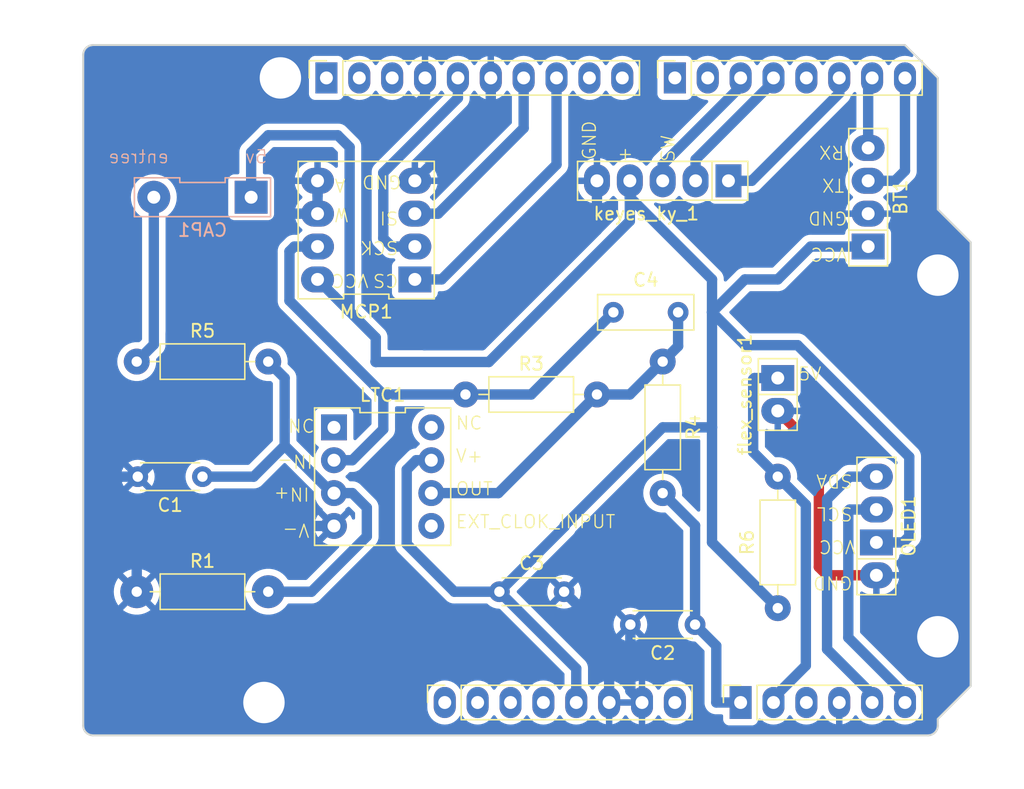
<source format=kicad_pcb>
(kicad_pcb (version 20221018) (generator pcbnew)
  (title_block (date "mar. 31 mars 2015"))
  (layers (0 "F.Cu" signal) (31 "B.Cu" signal) (34 "B.Paste" user) (35 "F.Paste" user) (36 "B.SilkS" user "B.Silkscreen") (37 "F.SilkS" user "F.Silkscreen") (38 "B.Mask" user) (39 "F.Mask" user) (44 "Edge.Cuts" user))
  (net 0 "")
  (net 1 "GND")
  (net 3 "+5V")
  (net 4 "/IOREF")
  (net 5 "A0")
  (net 6 "/A2")
  (net 7 "/AREF")
  (net 8 "/7")
  (net 9 "/*6")
  (net 10 "/*3")
  (net 11 "+3V3")
  (net 12 "VCC")
  (net 13 "/~{RESET}")
  (net 14 "/B")
  (net 18 "Net-(LTC1-+IN)")
  (net 19 "Net-(LTC1-OUT)")
  (net 20 "Net-(CAP1-ENTREE)")
  (net 21 "A4")
  (net 22 "A5")
  (net 23 "D1")
  (net 24 "D0")
  (net 25 "D13")
  (net 26 "D11")
  (net 27 "D10")
  (net 28 "/*9")
  (net 29 "/8")
  (net 30 "A1")
  (net 31 "D5")
  (net 32 "D4")
  (net 33 "D2")
  (footprint "Connector_PinSocket_2.54mm:PinSocket_1x08_P2.54mm_Vertical" (layer "F.Cu") (at 127.94 97.46 90)
    (fp_text reference "J1" hide)
    (fp_text value "Power")
    (fp_line (start -1.33 1.27) (end -1.33 19.11) (stroke (width 0.12)) (layer "F.SilkS"))
    (fp_line (start -1.33 1.27) (end 1.33 1.27) (stroke (width 0.12)) (layer "F.SilkS"))
    (fp_line (start -1.33 19.11) (end 1.33 19.11) (stroke (width 0.12)) (layer "F.SilkS"))
    (fp_line (start 0 -1.33) (end 1.33 -1.33) (stroke (width 0.12)) (layer "F.SilkS"))
    (fp_line (start 1.33 -1.33) (end 1.33 0) (stroke (width 0.12)) (layer "F.SilkS"))
    (fp_line (start 1.33 1.27) (end 1.33 19.11) (stroke (width 0.12)) (layer "F.SilkS"))
    (pad "1" thru_hole oval locked (at 0 0 90) (size 2.4 1.7) (drill 1) (layers "*.Cu" "*.Mask"))
    (pad "2" thru_hole oval locked (at 0 2.54 90) (size 2.4 1.7) (drill 1) (layers "*.Cu" "*.Mask") (net 4 "/IOREF"))
    (pad "3" thru_hole oval locked (at 0 5.08 90) (size 2.4 1.7) (drill 1) (layers "*.Cu" "*.Mask") (net 13 "/~{RESET}"))
    (pad "4" thru_hole oval locked (at 0 7.62 90) (size 2.4 1.7) (drill 1) (layers "*.Cu" "*.Mask") (net 11 "+3V3"))
    (pad "5" thru_hole oval locked (at 0 10.16 90) (size 2.4 1.7) (drill 1) (layers "*.Cu" "*.Mask") (net 3 "+5V"))
    (pad "6" thru_hole oval locked (at 0 12.7 90) (size 2.4 1.7) (drill 1) (layers "*.Cu" "*.Mask") (net 1 "GND"))
    (pad "7" thru_hole oval locked (at 0 15.24 90) (size 2.4 1.7) (drill 1) (layers "*.Cu" "*.Mask") (net 1 "GND"))
    (pad "8" thru_hole oval locked (at 0 17.78 90) (size 2.4 1.7) (drill 1) (layers "*.Cu" "*.Mask") (net 12 "VCC"))
  )
  (footprint "Connector_PinSocket_2.54mm:PinSocket_1x06_P2.54mm_Vertical" (layer "F.Cu") (at 150.8 97.46 90)
    (fp_text reference "J3" hide)
    (fp_text value "Analog")
    (fp_line (start -1.33 1.27) (end -1.33 14.03) (stroke (width 0.12)) (layer "F.SilkS"))
    (fp_line (start -1.33 1.27) (end 1.33 1.27) (stroke (width 0.12)) (layer "F.SilkS"))
    (fp_line (start -1.33 14.03) (end 1.33 14.03) (stroke (width 0.12)) (layer "F.SilkS"))
    (fp_line (start 0 -1.33) (end 1.33 -1.33) (stroke (width 0.12)) (layer "F.SilkS"))
    (fp_line (start 1.33 -1.33) (end 1.33 0) (stroke (width 0.12)) (layer "F.SilkS"))
    (fp_line (start 1.33 1.27) (end 1.33 14.03) (stroke (width 0.12)) (layer "F.SilkS"))
    (pad "1" thru_hole rect locked (at 0 0 90) (size 2.54 1.7) (drill 1) (layers "*.Cu" "*.Mask") (net 5 "A0"))
    (pad "2" thru_hole oval locked (at 0 2.54 90) (size 2.4 1.7) (drill 1) (layers "*.Cu" "*.Mask") (net 30 "A1") (clearance 0.5))
    (pad "3" thru_hole oval locked (at 0 5.08 90) (size 2.4 1.7) (drill 1) (layers "*.Cu" "*.Mask") (net 6 "/A2") (clearance 0.5))
    (pad "4" thru_hole oval locked (at 0 7.62 90) (size 2.4 1.7) (drill 1) (layers "*.Cu" "*.Mask") (net 1 "GND") (clearance 0.5))
    (pad "5" thru_hole oval locked (at 0 10.16 90) (size 2.4 1.7) (drill 1) (layers "*.Cu" "*.Mask") (net 21 "A4") (clearance 0.5))
    (pad "6" thru_hole oval locked (at 0 12.7 90) (size 2.4 1.7) (drill 1) (layers "*.Cu" "*.Mask") (net 22 "A5") (clearance 0.5))
  )
  (footprint "Connector_PinSocket_2.54mm:PinSocket_1x10_P2.54mm_Vertical" (layer "F.Cu") (at 118.796 49.2 90)
    (fp_text reference "J2" hide)
    (fp_text value "Digital/PWM")
    (fp_line (start -1.33 1.27) (end -1.33 24.19) (stroke (width 0.12)) (layer "F.SilkS"))
    (fp_line (start -1.33 1.27) (end 1.33 1.27) (stroke (width 0.12)) (layer "F.SilkS"))
    (fp_line (start -1.33 24.19) (end 1.33 24.19) (stroke (width 0.12)) (layer "F.SilkS"))
    (fp_line (start 0 -1.33) (end 1.33 -1.33) (stroke (width 0.12)) (layer "F.SilkS"))
    (fp_line (start 1.33 -1.33) (end 1.33 0) (stroke (width 0.12)) (layer "F.SilkS"))
    (fp_line (start 1.33 1.27) (end 1.33 24.19) (stroke (width 0.12)) (layer "F.SilkS"))
    (pad "1" thru_hole rect locked (at 0 0 90) (size 2.4 1.7) (drill 1) (layers "*.Cu" "*.Mask") (net 22 "A5"))
    (pad "2" thru_hole oval locked (at 0 2.54 90) (size 2.4 1.7) (drill 1) (layers "*.Cu" "*.Mask") (net 21 "A4"))
    (pad "3" thru_hole oval locked (at 0 5.08 90) (size 2.4 1.7) (drill 1) (layers "*.Cu" "*.Mask") (net 7 "/AREF"))
    (pad "4" thru_hole oval locked (at 0 7.62 90) (size 2.4 1.7) (drill 1) (layers "*.Cu" "*.Mask") (net 1 "GND"))
    (pad "5" thru_hole oval locked (at 0 10.16 90) (size 2.4 1.7) (drill 1) (layers "*.Cu" "*.Mask") (net 25 "D13"))
    (pad "6" thru_hole oval locked (at 0 12.7 90) (size 2.4 1.7) (drill 1) (layers "*.Cu" "*.Mask") (net 1 "GND"))
    (pad "7" thru_hole oval locked (at 0 15.24 90) (size 2.4 1.7) (drill 1) (layers "*.Cu" "*.Mask") (net 26 "D11"))
    (pad "8" thru_hole oval locked (at 0 17.78 90) (size 2.4 1.7) (drill 1) (layers "*.Cu" "*.Mask") (net 27 "D10"))
    (pad "9" thru_hole oval locked (at 0 20.32 90) (size 2.4 1.7) (drill 1) (layers "*.Cu" "*.Mask") (net 28 "/*9"))
    (pad "10" thru_hole oval locked (at 0 22.86 90) (size 2.4 1.7) (drill 1) (layers "*.Cu" "*.Mask") (net 29 "/8"))
  )
  (footprint "Connector_PinSocket_2.54mm:PinSocket_1x08_P2.54mm_Vertical" (layer "F.Cu") (at 145.72 49.2 90)
    (fp_text reference "J4" hide)
    (fp_text value "Digital/PWM")
    (fp_line (start -1.33 1.27) (end -1.33 19.11) (stroke (width 0.12)) (layer "F.SilkS"))
    (fp_line (start -1.33 1.27) (end 1.33 1.27) (stroke (width 0.12)) (layer "F.SilkS"))
    (fp_line (start -1.33 19.11) (end 1.33 19.11) (stroke (width 0.12)) (layer "F.SilkS"))
    (fp_line (start 0 -1.33) (end 1.33 -1.33) (stroke (width 0.12)) (layer "F.SilkS"))
    (fp_line (start 1.33 -1.33) (end 1.33 0) (stroke (width 0.12)) (layer "F.SilkS"))
    (fp_line (start 1.33 1.27) (end 1.33 19.11) (stroke (width 0.12)) (layer "F.SilkS"))
    (pad "1" thru_hole rect locked (at 0 0 90) (size 2.4 1.7) (drill 1) (layers "*.Cu" "*.Mask") (net 8 "/7"))
    (pad "2" thru_hole oval locked (at 0 2.54 90) (size 2.4 1.7) (drill 1) (layers "*.Cu" "*.Mask") (net 9 "/*6"))
    (pad "3" thru_hole oval locked (at 0 5.08 90) (size 2.4 1.7) (drill 1) (layers "*.Cu" "*.Mask") (net 31 "D5"))
    (pad "4" thru_hole oval locked (at 0 7.62 90) (size 2.4 1.7) (drill 1) (layers "*.Cu" "*.Mask") (net 32 "D4"))
    (pad "5" thru_hole oval locked (at 0 10.16 90) (size 2.4 1.7) (drill 1) (layers "*.Cu" "*.Mask") (net 10 "/*3"))
    (pad "6" thru_hole oval locked (at 0 12.7 90) (size 2.4 1.7) (drill 1) (layers "*.Cu" "*.Mask") (net 33 "D2"))
    (pad "7" thru_hole oval locked (at 0 15.24 90) (size 2.4 1.7) (drill 1) (layers "*.Cu" "*.Mask") (net 23 "D1"))
    (pad "8" thru_hole oval locked (at 0 17.78 90) (size 2.4 1.7) (drill 1) (layers "*.Cu" "*.Mask") (net 24 "D0"))
  )
  (footprint "Library_projet_capteur:BT" (layer "F.Cu") (at 160.655 58.42 90)
    (fp_text reference "BT1" (at 0 2.5 90) (layer "F.SilkS"))
    (fp_text value "~")
    (fp_text user "GND" (at -1.016 -1.524 180 unlocked) (layer "F.SilkS") (effects (font (thickness 0.1)) (justify left bottom)))
    (fp_text user "VCC" (at -3.81 -1.524 180 unlocked) (layer "F.SilkS") (effects (font (thickness 0.1)) (justify left bottom)))
    (fp_text user "TX" (at 1.524 -1.778 180 unlocked) (layer "F.SilkS") (effects (font (thickness 0.1)) (justify left bottom)))
    (fp_text user "RX" (at 4.064 -1.778 180 unlocked) (layer "F.SilkS") (effects (font (thickness 0.1)) (justify left bottom)))
    (fp_line (start -5.31 -1.5) (end 5.31 -1.5) (stroke (width 0.12)) (layer "F.SilkS"))
    (fp_line (start -5.31 1.5) (end -5.31 -1.5) (stroke (width 0.12)) (layer "F.SilkS"))
    (fp_line (start -2.54 -1.5) (end -2.54 1.5) (stroke (width 0.12)) (layer "F.SilkS"))
    (fp_line (start 5.31 -1.5) (end 5.31 1.5) (stroke (width 0.12)) (layer "F.SilkS"))
    (fp_line (start 5.31 1.5) (end -5.31 1.5) (stroke (width 0.12)) (layer "F.SilkS"))
    (pad "1" thru_hole rect (at -3.81 0 90) (size 2 2.54) (drill 1) (layers "*.Cu" "*.Mask") (net 3 "+5V"))
    (pad "2" thru_hole oval (at -1.27 0 90) (size 2 2.54) (drill 1) (layers "*.Cu" "*.Mask") (net 1 "GND"))
    (pad "3" thru_hole oval (at 1.27 0 90) (size 2 2.54) (drill 1) (layers "*.Cu" "*.Mask") (net 24 "D0"))
    (pad "4" thru_hole oval (at 3.81 0 90) (size 2 2.54) (drill 1) (layers "*.Cu" "*.Mask") (net 23 "D1"))
  )
  (footprint "Capacitor_THT:C_Disc_D4.3mm_W1.9mm_P5.00mm" (layer "F.Cu") (at 132.16 88.9)
    (fp_text reference "C3" (at 2.5 -2.2) (layer "F.SilkS"))
    (fp_text value "100n")
    (fp_line (start 0.23 -1.07) (end 0.23 -1.055) (stroke (width 0.12)) (layer "F.SilkS"))
    (fp_line (start 0.23 -1.07) (end 4.77 -1.07) (stroke (width 0.12)) (layer "F.SilkS"))
    (fp_line (start 0.23 1.055) (end 0.23 1.07) (stroke (width 0.12)) (layer "F.SilkS"))
    (fp_line (start 0.23 1.07) (end 4.77 1.07) (stroke (width 0.12)) (layer "F.SilkS"))
    (fp_line (start 4.77 -1.07) (end 4.77 -1.055) (stroke (width 0.12)) (layer "F.SilkS"))
    (fp_line (start 4.77 1.055) (end 4.77 1.07) (stroke (width 0.12)) (layer "F.SilkS"))
    (pad "1" thru_hole circle (at 0 0) (size 1.6 1.6) (drill 0.8) (layers "*.Cu" "*.Mask") (net 3 "+5V"))
    (pad "2" thru_hole circle (at 5 0) (size 1.6 1.6) (drill 0.8) (layers "*.Cu" "*.Mask") (net 1 "GND"))
  )
  (footprint "Capacitor_THT:C_Rect_L7.2mm_W2.5mm_P5.00mm_FKS2_FKP2_MKS2_MKP2" (layer "F.Cu") (at 140.97 67.31)
    (fp_text reference "C4" (at 2.5 -2.5) (layer "F.SilkS"))
    (fp_text value "1u")
    (fp_line (start -1.22 -1.37) (end -1.22 1.37) (stroke (width 0.12)) (layer "F.SilkS"))
    (fp_line (start -1.22 -1.37) (end 6.22 -1.37) (stroke (width 0.12)) (layer "F.SilkS"))
    (fp_line (start -1.22 1.37) (end 6.22 1.37) (stroke (width 0.12)) (layer "F.SilkS"))
    (fp_line (start 6.22 -1.37) (end 6.22 1.37) (stroke (width 0.12)) (layer "F.SilkS"))
    (pad "1" thru_hole circle (at 0 0) (size 1.6 1.6) (drill 0.8) (layers "*.Cu" "*.Mask") (net 14 "/B"))
    (pad "2" thru_hole circle (at 5 0) (size 1.6 1.6) (drill 0.8) (layers "*.Cu" "*.Mask") (net 19 "Net-(LTC1-OUT)"))
  )
  (footprint "Library_projet_capteur:FLEX_SENSOR" (layer "F.Cu") (at 153.67 73.66 -90)
    (fp_text reference "flex_sensor1" (at 0 2.54 90) (layer "F.SilkS"))
    (fp_text value "~")
    (fp_text user "5V" (at -1 -1.5 unlocked) (layer "F.SilkS") (effects (font (thickness 0.1)) (justify left bottom)))
    (fp_line (start -2.77 -1.5) (end 2.77 -1.5) (stroke (width 0.12)) (layer "F.SilkS"))
    (fp_line (start -2.77 1.5) (end -2.77 -1.5) (stroke (width 0.12)) (layer "F.SilkS"))
    (fp_line (start 0 -1.5) (end 0 1.5) (stroke (width 0.12)) (layer "F.SilkS"))
    (fp_line (start 2.77 -1.5) (end 2.77 1.5) (stroke (width 0.12)) (layer "F.SilkS"))
    (fp_line (start 2.77 1.5) (end -2.77 1.5) (stroke (width 0.12)) (layer "F.SilkS"))
    (pad "1" thru_hole rect (at -1.27 0 270) (size 2 2.54) (drill 1) (layers "*.Cu" "*.Mask") (net 30 "A1") (clearance 0.5))
    (pad "2" thru_hole oval (at 1.27 0 270) (size 2 2.54) (drill 1) (layers "*.Cu" "*.Mask") (net 1 "GND") (clearance 0.5))
  )
  (footprint "Capacitor_THT:C_Disc_D4.3mm_W1.9mm_P5.00mm" (layer "F.Cu") (at 147.28 91.44 180)
    (fp_text reference "C2" (at 2.5 -2.2 180) (layer "F.SilkS"))
    (fp_text value "100n")
    (fp_line (start 0.23 -1.07) (end 0.23 -1.055) (stroke (width 0.12)) (layer "F.SilkS"))
    (fp_line (start 0.23 -1.07) (end 4.77 -1.07) (stroke (width 0.12)) (layer "F.SilkS"))
    (fp_line (start 0.23 1.055) (end 0.23 1.07) (stroke (width 0.12)) (layer "F.SilkS"))
    (fp_line (start 0.23 1.07) (end 4.77 1.07) (stroke (width 0.12)) (layer "F.SilkS"))
    (fp_line (start 4.77 -1.07) (end 4.77 -1.055) (stroke (width 0.12)) (layer "F.SilkS"))
    (fp_line (start 4.77 1.055) (end 4.77 1.07) (stroke (width 0.12)) (layer "F.SilkS"))
    (pad "1" thru_hole circle (at 0 0 180) (size 1.6 1.6) (drill 0.8) (layers "*.Cu" "*.Mask") (net 5 "A0"))
    (pad "2" thru_hole circle (at 5 0 180) (size 1.6 1.6) (drill 0.8) (layers "*.Cu" "*.Mask") (net 1 "GND"))
  )
  (footprint "Arduino_MountingHole:MountingHole_3.2mm" (layer "F.Cu") (at 115.24 49.2)
    (fp_text reference "MH1" hide)
    (fp_text value "MountingHole_3.2mm" hide)
    (pad "" np_thru_hole circle locked (at 0 0) (size 3.2 3.2) (drill 3.2) (layers "*.Cu" "*.Mask"))
  )
  (footprint "Resistor_THT:R_Axial_DIN0207_L6.3mm_D2.5mm_P10.16mm_Horizontal" (layer "F.Cu") (at 144.78 71.12 -90)
    (fp_text reference "R4" (at 5.08 -2.37 90) (layer "F.SilkS"))
    (fp_text value "1K")
    (fp_line (start 1.04 0) (end 1.81 0) (stroke (width 0.12)) (layer "F.SilkS"))
    (fp_line (start 1.81 -1.37) (end 1.81 1.37) (stroke (width 0.12)) (layer "F.SilkS"))
    (fp_line (start 1.81 1.37) (end 8.35 1.37) (stroke (width 0.12)) (layer "F.SilkS"))
    (fp_line (start 8.35 -1.37) (end 1.81 -1.37) (stroke (width 0.12)) (layer "F.SilkS"))
    (fp_line (start 8.35 1.37) (end 8.35 -1.37) (stroke (width 0.12)) (layer "F.SilkS"))
    (fp_line (start 9.12 0) (end 8.35 0) (stroke (width 0.12)) (layer "F.SilkS"))
    (pad "1" thru_hole circle (at 0 0 270) (size 2 2) (drill 0.8) (layers "*.Cu" "*.Mask") (net 19 "Net-(LTC1-OUT)"))
    (pad "2" thru_hole circle (at 10.16 0 270) (size 2 2) (drill 0.8) (layers "*.Cu" "*.Mask") (net 5 "A0"))
  )
  (footprint "Library_projet_capteur:OLED" (layer "F.Cu") (at 161.29 83.82 90)
    (fp_text reference "OLED1" (at 0 2.5 90) (layer "F.SilkS"))
    (fp_text value "~")
    (fp_text user "VCC" (at -1.016 -1.524 180 unlocked) (layer "F.SilkS") (effects (font (thickness 0.1)) (justify left bottom)))
    (fp_text user "GND" (at -3.81 -1.778 180 unlocked) (layer "F.SilkS") (effects (font (thickness 0.1)) (justify left bottom)))
    (fp_text user "SCL" (at 1.524 -1.778 180 unlocked) (layer "F.SilkS") (effects (font (thickness 0.1)) (justify left bottom)))
    (fp_text user "SDA" (at 4.064 -1.778 180 unlocked) (layer "F.SilkS") (effects (font (thickness 0.1)) (justify left bottom)))
    (fp_line (start -5.31 -1.5) (end 5.31 -1.5) (stroke (width 0.12)) (layer "F.SilkS"))
    (fp_line (start -5.31 1.5) (end -5.31 -1.5) (stroke (width 0.12)) (layer "F.SilkS"))
    (fp_line (start -2.54 -1.5) (end -2.54 1.5) (stroke (width 0.12)) (layer "F.SilkS"))
    (fp_line (start 5.31 -1.5) (end 5.31 1.5) (stroke (width 0.12)) (layer "F.SilkS"))
    (fp_line (start 5.31 1.5) (end -5.31 1.5) (stroke (width 0.12)) (layer "F.SilkS"))
    (pad "1" thru_hole oval (at -3.81 0 90) (size 2 2.54) (drill 1) (layers "*.Cu" "*.Mask") (net 1 "GND"))
    (pad "2" thru_hole rect (at -1.27 0 90) (size 2 2.54) (drill 1) (layers "*.Cu" "*.Mask") (net 3 "+5V"))
    (pad "3" thru_hole oval (at 1.27 0 90) (size 2 2.54) (drill 1) (layers "*.Cu" "*.Mask") (net 22 "A5"))
    (pad "4" thru_hole oval (at 3.81 0 90) (size 2 2.54) (drill 1) (layers "*.Cu" "*.Mask") (net 21 "A4"))
  )
  (footprint "Library_projet_capteur:LTC1050" (layer "F.Cu") (at 123.14 80.01 -90)
    (fp_text reference "LTC1" (at -6.31 0) (layer "F.SilkS"))
    (fp_text value "~")
    (fp_text user "V+" (at -1.016 -5.588 unlocked) (layer "F.SilkS") (effects (font (thickness 0.1)) (justify left bottom)))
    (fp_text user "NC" (at -3.556 -5.588 unlocked) (layer "F.SilkS") (effects (font (thickness 0.1)) (justify left bottom)))
    (fp_text user "EXT_CLOK_INPUT" (at 4.064 -5.588 unlocked) (layer "F.SilkS") (effects (font (thickness 0.1)) (justify left bottom)))
    (fp_text user "V-" (at 3.556 5.588 -180 unlocked) (layer "F.SilkS") (effects (font (thickness 0.1)) (justify left bottom)))
    (fp_text user "NC" (at -3.302 7.366 unlocked) (layer "F.SilkS") (effects (font (thickness 0.1)) (justify left bottom)))
    (fp_text user "OUT" (at 1.524 -5.588 unlocked) (layer "F.SilkS") (effects (font (thickness 0.1)) (justify left bottom)))
    (fp_text user "IN-" (at -1.778 5.334 180 unlocked) (layer "F.SilkS") (effects (font (thickness 0.1)) (justify left bottom)))
    (fp_text user "IN+" (at 0.762 5.588 -180 unlocked) (layer "F.SilkS") (effects (font (thickness 0.1)) (justify left bottom)))
    (fp_line (start -5.31 -5.26) (end -5.31 -1.753333) (stroke (width 0.12)) (layer "F.SilkS"))
    (fp_line (start -5.31 -1.753333) (end -4.95 -1.753333) (stroke (width 0.12)) (layer "F.SilkS"))
    (fp_line (start -5.31 1.753333) (end -5.31 5.26) (stroke (width 0.12)) (layer "F.SilkS"))
    (fp_line (start -5.31 5.26) (end 5.31 5.26) (stroke (width 0.12)) (layer "F.SilkS"))
    (fp_line (start -4.95 -1.753333) (end -4.95 1.753333) (stroke (width 0.12)) (layer "F.SilkS"))
    (fp_line (start -4.95 1.753333) (end -5.31 1.753333) (stroke (width 0.12)) (layer "F.SilkS"))
    (fp_line (start 5.31 -5.26) (end -5.31 -5.26) (stroke (width 0.12)) (layer "F.SilkS"))
    (fp_line (start 5.31 5.26) (end 5.31 -5.26) (stroke (width 0.12)) (layer "F.SilkS"))
    (pad "1" thru_hole rect (at -3.81 3.76 270) (size 2 2) (drill 1) (layers "*.Cu" "*.Mask"))
    (pad "2" thru_hole circle (at -1.27 3.76 270) (size 2 2) (drill 1) (layers "*.Cu" "*.Mask") (net 14 "/B"))
    (pad "3" thru_hole circle (at 1.27 3.76 270) (size 2 2) (drill 1) (layers "*.Cu" "*.Mask") (net 18 "Net-(LTC1-+IN)"))
    (pad "4" thru_hole circle (at 3.81 3.76 270) (size 2 2) (drill 1) (layers "*.Cu" "*.Mask") (net 1 "GND"))
    (pad "5" thru_hole circle (at 3.81 -3.76 270) (size 2 2) (drill 1) (layers "*.Cu" "*.Mask"))
    (pad "6" thru_hole circle (at 1.27 -3.76 270) (size 2 2) (drill 1) (layers "*.Cu" "*.Mask") (net 19 "Net-(LTC1-OUT)"))
    (pad "7" thru_hole circle (at -1.27 -3.76 270) (size 2 2) (drill 1) (layers "*.Cu" "*.Mask") (net 3 "+5V"))
    (pad "8" thru_hole circle (at -3.81 -3.76 270) (size 2 2) (drill 1) (layers "*.Cu" "*.Mask"))
  )
  (footprint "Capacitor_THT:C_Disc_D4.3mm_W1.9mm_P5.00mm" (layer "F.Cu") (at 109.22 80.01 180)
    (fp_text reference "C1" (at 2.5 -2.2 180) (layer "F.SilkS"))
    (fp_text value "100n")
    (fp_line (start 0.23 -1.07) (end 0.23 -1.055) (stroke (width 0.12)) (layer "F.SilkS"))
    (fp_line (start 0.23 -1.07) (end 4.77 -1.07) (stroke (width 0.12)) (layer "F.SilkS"))
    (fp_line (start 0.23 1.055) (end 0.23 1.07) (stroke (width 0.12)) (layer "F.SilkS"))
    (fp_line (start 0.23 1.07) (end 4.77 1.07) (stroke (width 0.12)) (layer "F.SilkS"))
    (fp_line (start 4.77 -1.07) (end 4.77 -1.055) (stroke (width 0.12)) (layer "F.SilkS"))
    (fp_line (start 4.77 1.055) (end 4.77 1.07) (stroke (width 0.12)) (layer "F.SilkS"))
    (pad "1" thru_hole circle (at 0 0 180) (size 1.6 1.6) (drill 0.8) (layers "*.Cu" "*.Mask") (net 18 "Net-(LTC1-+IN)"))
    (pad "2" thru_hole circle (at 5 0 180) (size 1.6 1.6) (drill 0.8) (layers "*.Cu" "*.Mask") (net 1 "GND"))
  )
  (footprint "Library_projet_capteur:MCP41050" (layer "F.Cu") (at 121.436 60.222 90)
    (fp_text reference "MCP1" (at -7.048 0.434) (layer "F.SilkS"))
    (fp_text value "~")
    (fp_text user "W" (at 1.04 -0.836 180 unlocked) (layer "F.SilkS") (effects (font (thickness 0.1)) (justify left bottom)))
    (fp_text user "SI" (at 0.786 2.974 180 unlocked) (layer "F.SilkS") (effects (font (thickness 0.1)) (justify left bottom)))
    (fp_text user "CS" (at -4.04 2.974 180 unlocked) (layer "F.SilkS") (effects (font (thickness 0.1)) (justify left bottom)))
    (fp_text user "GND" (at 3.58 3.228 180 unlocked) (layer "F.SilkS") (effects (font (thickness 0.1)) (justify left bottom)))
    (fp_text user "A" (at 3.326 -1.09 180 unlocked) (layer "F.SilkS") (effects (font (thickness 0.1)) (justify left bottom)))
    (fp_text user "SCK" (at -1.5 2.974 180 unlocked) (layer "F.SilkS") (effects (font (thickness 0.1)) (justify left bottom)))
    (fp_text user "VCC" (at -4.04 0.688 180 unlocked) (layer "F.SilkS") (effects (font (thickness 0.1)) (justify left bottom)))
    (fp_line (start -6.048 -4.826) (end -6.048 -1.319333) (stroke (width 0.12)) (layer "F.SilkS"))
    (fp_line (start -6.048 -1.319333) (end -5.688 -1.319333) (stroke (width 0.12)) (layer "F.SilkS"))
    (fp_line (start -6.048 2.187333) (end -6.048 5.694) (stroke (width 0.12)) (layer "F.SilkS"))
    (fp_line (start -6.048 5.694) (end 4.572 5.694) (stroke (width 0.12)) (layer "F.SilkS"))
    (fp_line (start -5.688 -1.319333) (end -5.688 2.187333) (stroke (width 0.12)) (layer "F.SilkS"))
    (fp_line (start -5.688 2.187333) (end -6.048 2.187333) (stroke (width 0.12)) (layer "F.SilkS"))
    (fp_line (start 4.572 -4.826) (end -6.048 -4.826) (stroke (width 0.12)) (layer "F.SilkS"))
    (fp_line (start 4.572 5.694) (end 4.572 -4.826) (stroke (width 0.12)) (layer "F.SilkS"))
    (pad "1" thru_hole rect (at -4.548 4.194 90) (size 2 2.54) (drill 1) (layers "*.Cu" "*.Mask") (net 27 "D10") (clearance 0.5))
    (pad "2" thru_hole oval (at -2.008 4.194 90) (size 2 2.54) (drill 1) (layers "*.Cu" "*.Mask") (net 25 "D13") (clearance 0.5))
    (pad "3" thru_hole oval (at 0.532 4.194 90) (size 2 2.54) (drill 1) (layers "*.Cu" "*.Mask") (net 26 "D11") (clearance 0.5))
    (pad "4" thru_hole oval (at 3.072 4.194 90) (size 2 2.54) (drill 1) (layers "*.Cu" "*.Mask") (net 1 "GND") (clearance 0.5))
    (pad "5" thru_hole oval (at 3.072 -3.326 90) (size 2 2.54) (drill 1) (layers "*.Cu" "*.Mask") (net 1 "GND") (clearance 0.5))
    (pad "6" thru_hole oval (at 0.532 -3.326 90) (size 2 2.54) (drill 1) (layers "*.Cu" "*.Mask") (net 1 "GND") (clearance 0.5))
    (pad "7" thru_hole oval (at -2.008 -3.326 90) (size 2 2.54) (drill 1) (layers "*.Cu" "*.Mask") (net 14 "/B") (clearance 0.5))
    (pad "8" thru_hole oval (at -4.548 -3.326 90) (size 2 2.54) (drill 1) (layers "*.Cu" "*.Mask") (net 3 "+5V") (clearance 0.5))
  )
  (footprint "Resistor_THT:R_Axial_DIN0207_L6.3mm_D2.5mm_P10.16mm_Horizontal" (layer "F.Cu") (at 104.14 88.9)
    (fp_text reference "R1" (at 5.08 -2.37) (layer "F.SilkS"))
    (fp_text value "100k")
    (fp_line (start 1.04 0) (end 1.81 0) (stroke (width 0.12)) (layer "F.SilkS"))
    (fp_line (start 1.81 -1.37) (end 1.81 1.37) (stroke (width 0.12)) (layer "F.SilkS"))
    (fp_line (start 1.81 1.37) (end 8.35 1.37) (stroke (width 0.12)) (layer "F.SilkS"))
    (fp_line (start 8.35 -1.37) (end 1.81 -1.37) (stroke (width 0.12)) (layer "F.SilkS"))
    (fp_line (start 8.35 1.37) (end 8.35 -1.37) (stroke (width 0.12)) (layer "F.SilkS"))
    (fp_line (start 9.12 0) (end 8.35 0) (stroke (width 0.12)) (layer "F.SilkS"))
    (pad "1" thru_hole circle (at 0 0) (size 2.54 2.54) (drill 0.8) (layers "*.Cu" "*.Mask") (net 1 "GND"))
    (pad "2" thru_hole circle (at 10.16 0) (size 2.54 2.54) (drill 0.8) (layers "*.Cu" "*.Mask") (net 18 "Net-(LTC1-+IN)"))
  )
  (footprint "Library_projet_capteur:encodeur_rotatoire" (layer "F.Cu") (at 144.78 57.15 180)
    (fp_text reference "keyes_ky_1" (at 1.27 -2.54) (layer "F.SilkS"))
    (fp_text value "~")
    (fp_text user "+" (at 2.2 2.54 180 unlocked) (layer "F.SilkS") (effects (font (thickness 0.1)) (justify left bottom)))
    (fp_text user "GND" (at 5.08 1.54 90 unlocked) (layer "F.SilkS") (effects (font (thickness 0.1)) (justify left bottom)))
    (fp_text user "SW" (at -1 1.4 90 unlocked) (layer "F.SilkS") (effects (font (thickness 0.1)) (justify left bottom)))
    (fp_line (start -6.58 -1.5) (end 6.58 -1.5) (stroke (width 0.12)) (layer "F.SilkS"))
    (fp_line (start -6.58 1.5) (end -6.58 -1.5) (stroke (width 0.12)) (layer "F.SilkS"))
    (fp_line (start -3.81 -1.5) (end -3.81 1.5) (stroke (width 0.12)) (layer "F.SilkS"))
    (fp_line (start 6.58 -1.5) (end 6.58 1.5) (stroke (width 0.12)) (layer "F.SilkS"))
    (fp_line (start 6.58 1.5) (end -6.58 1.5) (stroke (width 0.12)) (layer "F.SilkS"))
    (pad "1" thru_hole rect (at -5.08 0 180) (size 2 2.54) (drill 1) (layers "*.Cu" "*.Mask") (net 33 "D2"))
    (pad "2" thru_hole oval (at -2.54 0 180) (size 2 2.54) (drill 1) (layers "*.Cu" "*.Mask") (net 32 "D4"))
    (pad "3" thru_hole oval (at 0 0 180) (size 2 2.54) (drill 1) (layers "*.Cu" "*.Mask") (net 31 "D5"))
    (pad "4" thru_hole oval (at 2.54 0 180) (size 2 2.54) (drill 1) (layers "*.Cu" "*.Mask") (net 3 "+5V"))
    (pad "5" thru_hole oval (at 5.08 0 180) (size 2 2.54) (drill 1) (layers "*.Cu" "*.Mask") (net 1 "GND"))
  )
  (footprint "Resistor_THT:R_Axial_DIN0207_L6.3mm_D2.5mm_P10.16mm_Horizontal" (layer "F.Cu") (at 104.14 71.12)
    (fp_text reference "R5" (at 5.08 -2.37) (layer "F.SilkS"))
    (fp_text value "10k")
    (fp_line (start 1.04 0) (end 1.81 0) (stroke (width 0.12)) (layer "F.SilkS"))
    (fp_line (start 1.81 -1.37) (end 1.81 1.37) (stroke (width 0.12)) (layer "F.SilkS"))
    (fp_line (start 1.81 1.37) (end 8.35 1.37) (stroke (width 0.12)) (layer "F.SilkS"))
    (fp_line (start 8.35 -1.37) (end 1.81 -1.37) (stroke (width 0.12)) (layer "F.SilkS"))
    (fp_line (start 8.35 1.37) (end 8.35 -1.37) (stroke (width 0.12)) (layer "F.SilkS"))
    (fp_line (start 9.12 0) (end 8.35 0) (stroke (width 0.12)) (layer "F.SilkS"))
    (pad "1" thru_hole circle (at 0 0) (size 2 2) (drill 0.8) (layers "*.Cu" "*.Mask") (net 20 "Net-(CAP1-ENTREE)"))
    (pad "2" thru_hole circle (at 10.16 0) (size 2 2) (drill 0.8) (layers "*.Cu" "*.Mask") (net 18 "Net-(LTC1-+IN)"))
  )
  (footprint "Arduino_MountingHole:MountingHole_3.2mm" (layer "F.Cu") (at 113.97 97.46)
    (fp_text reference "MH2" hide)
    (fp_text value "MountingHole_3.2mm" hide)
    (pad "" np_thru_hole circle locked (at 0 0) (size 3.2 3.2) (drill 3.2) (layers "*.Cu" "*.Mask"))
  )
  (footprint "Resistor_THT:R_Axial_DIN0207_L6.3mm_D2.5mm_P10.16mm_Horizontal" (layer "F.Cu") (at 153.67 90.17 90)
    (fp_text reference "R6" (at 5.08 -2.37 90) (layer "F.SilkS"))
    (fp_text value "47k")
    (fp_line (start 1.04 0) (end 1.81 0) (stroke (width 0.12)) (layer "F.SilkS"))
    (fp_line (start 1.81 -1.37) (end 1.81 1.37) (stroke (width 0.12)) (layer "F.SilkS"))
    (fp_line (start 1.81 1.37) (end 8.35 1.37) (stroke (width 0.12)) (layer "F.SilkS"))
    (fp_line (start 8.35 -1.37) (end 1.81 -1.37) (stroke (width 0.12)) (layer "F.SilkS"))
    (fp_line (start 8.35 1.37) (end 8.35 -1.37) (stroke (width 0.12)) (layer "F.SilkS"))
    (fp_line (start 9.12 0) (end 8.35 0) (stroke (width 0.12)) (layer "F.SilkS"))
    (pad "1" thru_hole circle (at 0 0 90) (size 2 2) (drill 0.8) (layers "*.Cu" "*.Mask") (net 3 "+5V"))
    (pad "2" thru_hole circle (at 10.16 0 90) (size 2 2) (drill 0.8) (layers "*.Cu" "*.Mask") (net 30 "A1"))
  )
  (footprint "Arduino_MountingHole:MountingHole_3.2mm" (layer "F.Cu") (at 166.04 64.44)
    (fp_text reference "MH3" hide)
    (fp_text value "MountingHole_3.2mm" hide)
    (pad "" np_thru_hole circle locked (at 0 0) (size 3.2 3.2) (drill 3.2) (layers "*.Cu" "*.Mask"))
  )
  (footprint "Resistor_THT:R_Axial_DIN0207_L6.3mm_D2.5mm_P10.16mm_Horizontal" (layer "F.Cu") (at 129.54 73.66)
    (fp_text reference "R3" (at 5.08 -2.37) (layer "F.SilkS"))
    (fp_text value "100k")
    (fp_line (start 1.04 0) (end 1.81 0) (stroke (width 0.12)) (layer "F.SilkS"))
    (fp_line (start 1.81 -1.37) (end 1.81 1.37) (stroke (width 0.12)) (layer "F.SilkS"))
    (fp_line (start 1.81 1.37) (end 8.35 1.37) (stroke (width 0.12)) (layer "F.SilkS"))
    (fp_line (start 8.35 -1.37) (end 1.81 -1.37) (stroke (width 0.12)) (layer "F.SilkS"))
    (fp_line (start 8.35 1.37) (end 8.35 -1.37) (stroke (width 0.12)) (layer "F.SilkS"))
    (fp_line (start 9.12 0) (end 8.35 0) (stroke (width 0.12)) (layer "F.SilkS"))
    (pad "1" thru_hole circle (at 0 0) (size 2 2) (drill 0.8) (layers "*.Cu" "*.Mask") (net 14 "/B"))
    (pad "2" thru_hole circle (at 10.16 0) (size 2 2) (drill 0.8) (layers "*.Cu" "*.Mask") (net 19 "Net-(LTC1-OUT)"))
  )
  (footprint "Arduino_MountingHole:MountingHole_3.2mm" (layer "F.Cu") (at 166.04 92.38)
    (fp_text reference "MH4" hide)
    (fp_text value "MountingHole_3.2mm" hide)
    (pad "" np_thru_hole circle locked (at 0 0) (size 3.2 3.2) (drill 3.2) (layers "*.Cu" "*.Mask"))
  )
  (footprint "Library_projet_capteur:capteur" (layer "B.Cu") (at 109.22 58.42 -90)
    (fp_text reference "CAP1" (at 2.54 0 -360) (layer "B.SilkS") (effects (justify mirror)))
    (fp_text value "~")
    (fp_text user "5v" (at -2.54 -5.08 unlocked) (layer "B.SilkS") (effects (font (thickness 0.1)) (justify left bottom mirror)))
    (fp_text user "entree" (at -2.54 2.54 unlocked) (layer "B.SilkS") (effects (font (thickness 0.1)) (justify left bottom mirror)))
    (fp_line (start -1.5 -5.26) (end 1.499999 -5.26) (stroke (width 0.12)) (layer "B.SilkS"))
    (fp_line (start -1.5 -1.753333) (end -1.5 -5.26) (stroke (width 0.12)) (layer "B.SilkS"))
    (fp_line (start -1.5 1.753333) (end -1.14 1.753333) (stroke (width 0.12)) (layer "B.SilkS"))
    (fp_line (start -1.499999 5.26) (end -1.5 1.753333) (stroke (width 0.12)) (layer "B.SilkS"))
    (fp_line (start -1.14 -1.753333) (end -1.5 -1.753333) (stroke (width 0.12)) (layer "B.SilkS"))
    (fp_line (start -1.14 1.753333) (end -1.14 -1.753333) (stroke (width 0.12)) (layer "B.SilkS"))
    (fp_line (start 1.499999 -5.26) (end 1.5 5.26) (stroke (width 0.12)) (layer "B.SilkS"))
    (fp_line (start 1.5 5.26) (end -1.499999 5.26) (stroke (width 0.12)) (layer "B.SilkS"))
    (pad "1" thru_hole rect (at 0 -3.76 270) (size 2.54 2.54) (drill 1) (layers "*.Cu" "*.Mask") (net 3 "+5V"))
    (pad "2" thru_hole circle (at 0 3.76 270) (size 2.54 2.54) (drill 1) (layers "*.Cu" "*.Mask") (net 20 "Net-(CAP1-ENTREE)"))
  )
  (gr_line (start 166.04 59.36) (end 168.58 61.9) (stroke (width 0.15)) (layer "Edge.Cuts"))
  (gr_line (start 100 99.238) (end 100 47.422) (stroke (width 0.15)) (layer "Edge.Cuts"))
  (gr_line (start 168.58 61.9) (end 168.58 96.19) (stroke (width 0.15)) (layer "Edge.Cuts"))
  (gr_line (start 165.278 100) (end 100.762 100) (stroke (width 0.15)) (layer "Edge.Cuts"))
  (gr_line (start 100.762 46.66) (end 163.5 46.66) (stroke (width 0.15)) (layer "Edge.Cuts"))
  (gr_arc (start 100.762 100) (mid 100.223185 99.776815) (end 100 99.238) (stroke (width 0.15)) (layer "Edge.Cuts"))
  (gr_line (start 168.58 96.19) (end 166.04 98.73) (stroke (width 0.15)) (layer "Edge.Cuts"))
  (gr_line (start 163.5 46.66) (end 166.04 49.2) (stroke (width 0.15)) (layer "Edge.Cuts"))
  (gr_arc (start 166.04 99.238) (mid 165.816815 99.776815) (end 165.278 100) (stroke (width 0.15)) (layer "Edge.Cuts"))
  (gr_line (start 166.04 49.2) (end 166.04 59.36) (stroke (width 0.15)) (layer "Edge.Cuts"))
  (gr_line (start 166.04 98.73) (end 166.04 99.238) (stroke (width 0.15)) (layer "Edge.Cuts"))
  (gr_arc (start 100 47.422) (mid 100.223185 46.883185) (end 100.762 46.66) (stroke (width 0.15)) (layer "Edge.Cuts"))
  (segment (start 153.67 74.93) (end 156.845 78.105) (width 0.8) (layer "F.Cu") (net 1))
  (segment (start 157.48 87.63) (end 161.29 87.63) (width 0.8) (layer "F.Cu") (net 1))
  (segment (start 156.845 86.995) (end 157.48 87.63) (width 0.8) (layer "F.Cu") (net 1))
  (segment (start 156.845 78.105) (end 156.845 86.995) (width 0.8) (layer "F.Cu") (net 1))
  (segment (start 118.11 57.15) (end 118.11 59.69) (width 0.8) (layer "B.Cu") (net 1))
  (segment (start 126.416 50.640051) (end 126.416 49.2) (width 0.8) (layer "B.Cu") (net 1))
  (segment (start 123.19 63.424529) (end 121.89 62.124529) (width 0.8) (layer "B.Cu") (net 1))
  (segment (start 116.04 59.69) (end 106.76 68.97) (width 0.8) (layer "B.Cu") (net 1))
  (segment (start 104.14 86.36) (end 104.14 88.9) (width 0.8) (layer "B.Cu") (net 1))
  (segment (start 123.19 63.424529) (end 123.19 66.67) (width 0.8) (layer "B.Cu") (net 1))
  (segment (start 121.89 52.363026) (end 121.92 52.333026) (width 0.8) (layer "B.Cu") (net 1))
  (segment (start 102.87 80.01) (end 101.6 81.28) (width 0.8) (layer "B.Cu") (net 1))
  (segment (start 119.38 83.82) (end 101.6 83.82) (width 0.8) (layer "B.Cu") (net 1))
  (segment (start 118.11 57.15) (end 118.11 58.344529) (width 0.8) (layer "B.Cu") (net 1))
  (segment (start 106.76 77.47) (end 104.22 80.01) (width 0.8) (layer "B.Cu") (net 1))
  (segment (start 106.76 68.97) (end 106.76 77.47) (width 0.8) (layer "B.Cu") (net 1))
  (segment (start 101.6 54.61) (end 103.876974 52.333026) (width 0.8) (layer "B.Cu") (net 1))
  (segment (start 118.11 59.69) (end 116.04 59.69) (width 0.8) (layer "B.Cu") (net 1))
  (segment (start 142.28 91.44) (end 142.28 96.56) (width 0.8) (layer "B.Cu") (net 1))
  (segment (start 143.22 97.42) (end 143.18 97.46) (width 0.7) (layer "B.Cu") (net 1))
  (segment (start 101.6 81.28) (end 101.6 54.61) (width 0.8) (layer "B.Cu") (net 1))
  (segment (start 139.7 60.96) (end 139.7 57.15) (width 0.8) (layer "B.Cu") (net 1))
  (segment (start 125.63 57.15) (end 131.496 51.284) (width 0.8) (layer "B.Cu") (net 1))
  (segment (start 140.64 92.38) (end 140.64 97.46) (width 0.8) (layer "B.Cu") (net 1))
  (segment (start 143.47 97.17) (end 143.18 97.46) (width 0.8) (layer "B.Cu") (net 1))
  (segment (start 101.6 83.82) (end 104.14 86.36) (width 0.8) (layer "B.Cu") (net 1))
  (segment (start 158.42 97.105126) (end 158.42 97.46) (width 0.6) (layer "B.Cu") (net 1))
  (segment (start 142.28 96.56) (end 143.18 97.46) (width 0.8) (layer "B.Cu") (net 1))
  (segment (start 130.81 69.85) (end 139.7 60.96) (width 0.8) (layer "B.Cu") (net 1))
  (segment (start 126.37 69.85) (end 130.81 69.85) (width 0.8) (layer "B.Cu") (net 1))
  (segment (start 101.6 83.82) (end 101.6 81.28) (width 0.8) (layer "B.Cu") (net 1))
  (segment (start 121.92 52.333026) (end 124.723026 52.333026) (width 0.8) (layer "B.Cu") (net 1))
  (segment (start 104.22 80.01) (end 102.87 80.01) (width 0.8) (layer "B.Cu") (net 1))
  (segment (start 123.19 66.67) (end 126.37 69.85) (width 0.8) (layer "B.Cu") (net 1))
  (segment (start 137.16 88.9) (end 140.64 92.38) (width 0.8) (layer "B.Cu") (net 1))
  (segment (start 103.876974 52.333026) (end 121.92 52.333026) (width 0.8) (layer "B.Cu") (net 1))
  (segment (start 131.496 51.284) (end 131.496 49.2) (width 0.8) (layer "B.Cu") (net 1))
  (segment (start 124.723026 52.333026) (end 126.416 50.640051) (width 0.8) (layer "B.Cu") (net 1))
  (segment (start 121.89 62.124529) (end 121.89 52.363026) (width 0.8) (layer "B.Cu") (net 1))
  (segment (start 137.2 83.86) (end 132.16 88.9) (width 0.8) (layer "B.Cu") (net 3))
  (segment (start 155.2 69.85) (end 151.13 69.85) (width 0.8) (layer "B.Cu") (net 3))
  (segment (start 138.1 94.84) (end 138.1 97.46) (width 0.8) (layer "B.Cu") (net 3))
  (segment (start 148.59 64.77) (end 148.59 67.31) (width 0.8) (layer "B.Cu") (net 3))
  (segment (start 128.68 88.9) (end 132.16 88.9) (width 0.8) (layer "B.Cu") (net 3))
  (segment (start 117.581156 64.77) (end 118.11 64.77) (width 0.8) (layer "B.Cu") (net 3))
  (segment (start 112.98 54.953026) (end 112.98 58.42) (width 0.8) (layer "B.Cu") (net 3))
  (segment (start 151.13 69.85) (end 148.59 67.31) (width 0.8) (layer "B.Cu") (net 3))
  (segment (start 163.83 78.48) (end 155.2 69.85) (width 0.8) (layer "B.Cu") (net 3))
  (segment (start 142.24 58.42) (end 142.24 57.15) (width 0.8) (layer "B.Cu") (net 3))
  (segment (start 148.59 67.31) (end 151.13 64.77) (width 0.8) (layer "B.Cu") (net 3))
  (segment (start 137.2 83.78) (end 137.2 83.86) (width 0.8) (layer "B.Cu") (net 3))
  (segment (start 156.21 62.23) (end 160.655 62.23) (width 0.8) (layer "B.Cu") (net 3))
  (segment (start 137.2 83.78) (end 144.78 76.2) (width 0.8) (layer "B.Cu") (net 3))
  (segment (start 148.59 76.2) (end 148.59 67.31) (width 0.8) (layer "B.Cu") (net 3))
  (segment (start 151.13 64.77) (end 153.67 64.77) (width 0.8) (layer "B.Cu") (net 3))
  (segment (start 161.29 85.09) (end 163.36 85.09) (width 0.8) (layer "B.Cu") (net 3))
  (segment (start 132.16 88.9) (end 138.1 94.84) (width 0.8) (layer "B.Cu") (net 3))
  (segment (start 122.61 71.15) (end 122.58 71.12) (width 0.8) (layer "B.Cu") (net 3))
  (segment (start 163.36 85.09) (end 163.83 84.62) (width 0.8) (layer "B.Cu") (net 3))
  (segment (start 125 79.47) (end 125.73 78.74) (width 0.8) (layer "B.Cu") (net 3))
  (segment (start 120.59 54.55) (end 120.59 67.25) (width 0.8) (layer "B.Cu") (net 3))
  (segment (start 148.59 85.09) (end 153.67 90.17) (width 0.8) (layer "B.Cu") (net 3))
  (segment (start 148.59 76.2) (end 148.59 85.09) (width 0.8) (layer "B.Cu") (net 3))
  (segment (start 142.24 60.258478) (end 131.348478 71.15) (width 0.8) (layer "B.Cu") (net 3))
  (segment (start 125 85.22) (end 128.68 88.9) (width 0.8) (layer "B.Cu") (net 3))
  (segment (start 142.24 57.15) (end 142.24 60.258478) (width 0.8) (layer "B.Cu") (net 3))
  (segment (start 119.38 66.04) (end 118.11 64.77) (width 0.8) (layer "B.Cu") (net 3))
  (segment (start 125.73 78.74) (end 126.9 78.74) (width 0.8) (layer "B.Cu") (net 3))
  (segment (start 125 85.22) (end 125 79.47) (width 0.8) (layer "B.Cu") (net 3))
  (segment (start 144.78 76.2) (end 148.59 76.2) (width 0.8) (layer "B.Cu") (net 3))
  (segment (start 119.673026 53.633026) (end 120.59 54.55) (width 0.8) (layer "B.Cu") (net 3))
  (segment (start 153.67 64.77) (end 156.21 62.23) (width 0.8) (layer "B.Cu") (net 3))
  (segment (start 148.59 64.77) (end 142.24 58.42) (width 0.8) (layer "B.Cu") (net 3))
  (segment (start 122.61 71.15) (end 122.61 69.27) (width 0.8) (layer "B.Cu") (net 3))
  (segment (start 131.348478 71.15) (end 122.61 71.15) (width 0.8) (layer "B.Cu") (net 3))
  (segment (start 163.83 84.62) (end 163.83 78.48) (width 0.8) (layer "B.Cu") (net 3))
  (segment (start 122.61 69.27) (end 119.38 66.04) (width 0.8) (layer "B.Cu") (net 3))
  (segment (start 120.59 67.25) (end 119.38 66.04) (width 0.8) (layer "B.Cu") (net 3))
  (segment (start 114.3 53.633026) (end 112.98 54.953026) (width 0.8) (layer "B.Cu") (net 3))
  (segment (start 114.3 53.633026) (end 119.673026 53.633026) (width 0.8) (layer "B.Cu") (net 3))
  (segment (start 147.28 91.44) (end 148.92 93.08) (width 0.8) (layer "B.Cu") (net 5))
  (segment (start 148.92 97.46) (end 150.8 97.46) (width 0.8) (layer "B.Cu") (net 5))
  (segment (start 147.28 91.44) (end 147.28 83.78) (width 0.8) (layer "B.Cu") (net 5))
  (segment (start 148.92 93.08) (end 148.92 97.46) (width 0.8) (layer "B.Cu") (net 5))
  (segment (start 147.28 83.78) (end 144.78 81.28) (width 0.8) (layer "B.Cu") (net 5))
  (segment (start 129.54 73.66) (end 134.62 73.66) (width 0.8) (layer "B.Cu") (net 14))
  (segment (start 116.313949 62.23) (end 115.94 62.603949) (width 0.8) (layer "B.Cu") (net 14))
  (segment (start 123.19 76.344213) (end 123.19 73.66) (width 0.8) (layer "B.Cu") (net 14))
  (segment (start 115.94 66.41) (end 123.19 73.66) (width 0.8) (layer "B.Cu") (net 14))
  (segment (start 129.54 73.66) (end 123.19 73.66) (width 0.8) (layer "B.Cu") (net 14))
  (segment (start 115.94 62.603949) (end 115.94 66.41) (width 0.8) (layer "B.Cu") (net 14))
  (segment (start 119.38 78.74) (end 120.794213 78.74) (width 0.8) (layer "B.Cu") (net 14))
  (segment (start 120.794213 78.74) (end 123.19 76.344213) (width 0.8) (layer "B.Cu") (net 14))
  (segment (start 118.11 62.23) (end 116.313949 62.23) (width 0.8) (layer "B.Cu") (net 14))
  (segment (start 134.62 73.66) (end 140.97 67.31) (width 0.8) (layer "B.Cu") (net 14))
  (segment (start 114.3 88.9) (end 117.64 88.9) (width 0.8) (layer "B.Cu") (net 18))
  (segment (start 121.92 82.405787) (end 121.92 84.62) (width 0.8) (layer "B.Cu") (net 18))
  (segment (start 120.794213 81.28) (end 121.92 82.405787) (width 0.8) (layer "B.Cu") (net 18))
  (segment (start 109.22 80.01) (end 113.177006 80.01) (width 0.8) (layer "B.Cu") (net 18))
  (segment (start 121.92 84.62) (end 117.64 88.9) (width 0.8) (layer "B.Cu") (net 18))
  (segment (start 115.57 72.39) (end 114.3 71.12) (width 0.8) (layer "B.Cu") (net 18))
  (segment (start 115.57 77.617006) (end 119.232994 81.28) (width 0.8) (layer "B.Cu") (net 18))
  (segment (start 119.232994 81.28) (end 119.38 81.28) (width 0.8) (layer "B.Cu") (net 18))
  (segment (start 113.177006 80.01) (end 115.57 77.617006) (width 0.8) (layer "B.Cu") (net 18))
  (segment (start 115.57 77.617006) (end 115.57 72.39) (width 0.8) (layer "B.Cu") (net 18))
  (segment (start 119.38 81.28) (end 120.794213 81.28) (width 0.8) (layer "B.Cu") (net 18))
  (segment (start 145.97 69.93) (end 144.78 71.12) (width 0.8) (layer "B.Cu") (net 19))
  (segment (start 142.24 73.66) (end 144.78 71.12) (width 0.8) (layer "B.Cu") (net 19))
  (segment (start 132.08 81.28) (end 126.9 81.28) (width 0.8) (layer "B.Cu") (net 19))
  (segment (start 139.7 73.66) (end 142.24 73.66) (width 0.8) (layer "B.Cu") (net 19))
  (segment (start 139.7 73.66) (end 132.08 81.28) (width 0.8) (layer "B.Cu") (net 19))
  (segment (start 145.97 67.31) (end 145.97 69.93) (width 0.8) (layer "B.Cu") (net 19))
  (segment (start 105.46 69.8) (end 104.14 71.12) (width 0.8) (layer "B.Cu") (net 20))
  (segment (start 105.46 58.42) (end 105.46 69.8) (width 0.8) (layer "B.Cu") (net 20))
  (segment (start 161.29 80.01) (end 159.22 80.01) (width 0.8) (layer "B.Cu") (net 21))
  (segment (start 159.22 80.01) (end 157.48 81.75) (width 0.8) (layer "B.Cu") (net 21))
  (segment (start 157.48 93.345) (end 160.96 96.825) (width 0.8) (layer "B.Cu") (net 21))
  (segment (start 161.29 97.13) (end 160.96 97.46) (width 0.8) (layer "B.Cu") (net 21))
  (segment (start 160.96 96.825) (end 160.96 97.46) (width 0.8) (layer "B.Cu") (net 21))
  (segment (start 157.48 81.75) (end 157.48 93.345) (width 0.8) (layer "B.Cu") (net 21))
  (segment (start 163.39 97.35) (end 163.5 97.46) (width 0.7) (layer "B.Cu") (net 22))
  (segment (start 159.12 82.65) (end 159.12 92.445) (width 0.8) (layer "B.Cu") (net 22))
  (segment (start 159.22 82.55) (end 159.12 82.65) (width 0.8) (layer "B.Cu") (net 22))
  (segment (start 159.12 92.445) (end 163.5 96.825) (width 0.8) (layer "B.Cu") (net 22))
  (segment (start 161.29 82.55) (end 159.22 82.55) (width 0.8) (layer "B.Cu") (net 22))
  (segment (start 163.5 96.825) (end 163.5 97.46) (width 0.8) (layer "B.Cu") (net 22))
  (segment (start 160.655 54.61) (end 160.655 49.505) (width 0.8) (layer "B.Cu") (net 23))
  (segment (start 160.655 49.505) (end 160.96 49.2) (width 0.8) (layer "B.Cu") (net 23))
  (segment (start 163.5 56.375) (end 163.5 49.2) (width 0.8) (layer "B.Cu") (net 24))
  (segment (start 160.655 57.15) (end 162.725 57.15) (width 0.8) (layer "B.Cu") (net 24))
  (segment (start 162.725 57.15) (end 163.5 56.375) (width 0.8) (layer "B.Cu") (net 24))
  (segment (start 163.83 49.53) (end 163.5 49.2) (width 0.8) (layer "B.Cu") (net 24))
  (segment (start 128.956 50.755156) (end 128.956 49.2) (width 0.8) (layer "B.Cu") (net 25))
  (segment (start 123.19 56.521156) (end 128.956 50.755156) (width 0.8) (layer "B.Cu") (net 25))
  (segment (start 123.833949 62.23) (end 123.19 61.586051) (width 0.8) (layer "B.Cu") (net 25))
  (segment (start 123.19 61.586051) (end 123.19 56.521156) (width 0.8) (layer "B.Cu") (net 25))
  (segment (start 125.63 62.23) (end 123.833949 62.23) (width 0.8) (layer "B.Cu") (net 25))
  (segment (start 127.426051 59.69) (end 134.036 53.080051) (width 0.8) (layer "B.Cu") (net 26))
  (segment (start 125.63 59.69) (end 127.426051 59.69) (width 0.8) (layer "B.Cu") (net 26))
  (segment (start 134.036 53.080051) (end 134.036 49.2) (width 0.8) (layer "B.Cu") (net 26))
  (segment (start 127.7 64.77) (end 136.576 55.894) (width 0.8) (layer "B.Cu") (net 27))
  (segment (start 125.63 64.77) (end 127.7 64.77) (width 0.8) (layer "B.Cu") (net 27))
  (segment (start 136.576 55.894) (end 136.576 49.2) (width 0.8) (layer "B.Cu") (net 27))
  (segment (start 151.77 78.11) (end 153.67 80.01) (width 0.8) (layer "B.Cu") (net 30))
  (segment (start 153.67 72.39) (end 151.87 72.39) (width 0.8) (layer "B.Cu") (net 30))
  (segment (start 155.84 82.18) (end 155.84 94.605126) (width 0.8) (layer "B.Cu") (net 30))
  (segment (start 153.67 80.01) (end 155.84 82.18) (width 0.8) (layer "B.Cu") (net 30))
  (segment (start 151.87 72.39) (end 151.77 72.49) (width 0.8) (layer "B.Cu") (net 30))
  (segment (start 151.77 72.49) (end 151.77 78.11) (width 0.8) (layer "B.Cu") (net 30))
  (segment (start 155.84 94.605126) (end 153.34 97.105126) (width 0.8) (layer "B.Cu") (net 30))
  (segment (start 153.34 97.105126) (end 153.34 97.46) (width 0.8) (layer "B.Cu") (net 30))
  (segment (start 144.78 55.88) (end 150.8 49.86) (width 0.8) (layer "B.Cu") (net 31))
  (segment (start 150.8 49.86) (end 150.8 49.2) (width 0.8) (layer "B.Cu") (net 31))
  (segment (start 144.75 56.351522) (end 144.75 57.15) (width 0.8) (layer "B.Cu") (net 31))
  (segment (start 144.78 57.15) (end 144.78 55.88) (width 0.8) (layer "B.Cu") (net 31))
  (segment (start 153.34 49.484874) (end 147.32 55.504874) (width 0.8) (layer "B.Cu") (net 32))
  (segment (start 147.32 55.504874) (end 147.32 57.15) (width 0.8) (layer "B.Cu") (net 32))
  (segment (start 153.34 49.2) (end 153.34 49.484874) (width 0.8) (layer "B.Cu") (net 32))
  (segment (start 158.42 50.39) (end 158.42 49.2) (width 0.8) (layer "B.Cu") (net 33))
  (segment (start 151.66 57.15) (end 158.42 50.39) (width 0.8) (layer "B.Cu") (net 33))
  (segment (start 149.86 57.15) (end 151.66 57.15) (width 0.8) (layer "B.Cu") (net 33))
  (zone (net 1) (net_name "GND") (layer "B.Cu") (connect_pads (clearance 0.508)) (min_thickness 0.25) (fill yes (thermal_gap 0.5) (thermal_bridge_width 0.5))
    (polygon (pts (xy 93.98 43.18) (xy 93.98 104.14) (xy 172.72 104.14) (xy 172.72 43.18)))
  )
)
</source>
